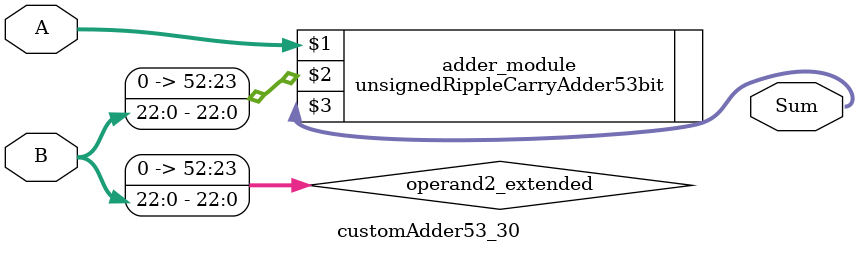
<source format=v>
module customAdder53_30(
                        input [52 : 0] A,
                        input [22 : 0] B,
                        
                        output [53 : 0] Sum
                );

        wire [52 : 0] operand2_extended;
        
        assign operand2_extended =  {30'b0, B};
        
        unsignedRippleCarryAdder53bit adder_module(
            A,
            operand2_extended,
            Sum
        );
        
        endmodule
        
</source>
